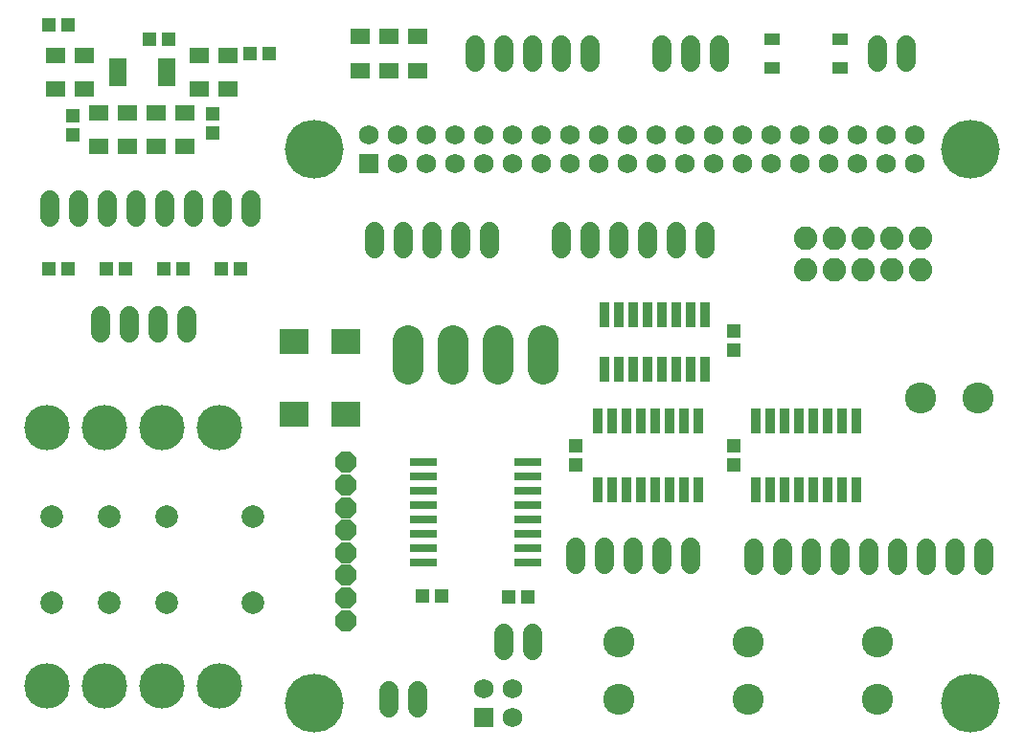
<source format=gbr>
G04 EAGLE Gerber RS-274X export*
G75*
%MOMM*%
%FSLAX34Y34*%
%LPD*%
%INSoldermask Top*%
%IPPOS*%
%AMOC8*
5,1,8,0,0,1.08239X$1,22.5*%
G01*
%ADD10R,1.727200X1.727200*%
%ADD11C,1.727200*%
%ADD12C,5.203200*%
%ADD13R,0.863600X2.235200*%
%ADD14R,2.403200X0.803200*%
%ADD15C,2.717800*%
%ADD16C,2.082800*%
%ADD17C,1.727200*%
%ADD18R,0.812800X2.260600*%
%ADD19R,1.203200X1.303200*%
%ADD20R,1.303200X1.203200*%
%ADD21R,2.603200X2.265200*%
%ADD22C,2.743200*%
%ADD23C,2.003200*%
%ADD24P,2.034460X8X112.500000*%
%ADD25R,1.625600X0.482600*%
%ADD26R,1.803200X1.403200*%
%ADD27R,1.403200X1.003200*%
%ADD28C,4.013200*%


D10*
X286900Y512300D03*
D11*
X286766Y537718D03*
X312166Y512318D03*
X312166Y537718D03*
X337566Y512318D03*
X337566Y537718D03*
X362966Y512318D03*
X362966Y537718D03*
X388366Y512318D03*
X388366Y537718D03*
X413766Y512318D03*
X413766Y537718D03*
X439166Y512318D03*
X439166Y537718D03*
X464566Y512318D03*
X464566Y537718D03*
X489966Y512318D03*
X489966Y537718D03*
X515366Y512318D03*
X515366Y537718D03*
X540766Y512318D03*
X540766Y537718D03*
X566166Y512318D03*
X566166Y537718D03*
X591566Y512318D03*
X591566Y537718D03*
X616966Y512318D03*
X616966Y537718D03*
X642366Y512318D03*
X642366Y537718D03*
X667766Y512318D03*
X667766Y537718D03*
X693166Y512318D03*
X693166Y537718D03*
X718566Y512318D03*
X718566Y537718D03*
X743966Y512318D03*
X743966Y537718D03*
X769366Y512318D03*
X769366Y537718D03*
X413766Y22282D03*
X413766Y47682D03*
D10*
X388366Y22282D03*
D11*
X388366Y47682D03*
D12*
X238200Y35000D03*
X818200Y35000D03*
X238200Y525000D03*
X818200Y525000D03*
D13*
X717550Y284734D03*
X717550Y223266D03*
X704850Y284734D03*
X692150Y284734D03*
X704850Y223266D03*
X692150Y223266D03*
X679450Y284734D03*
X679450Y223266D03*
X666750Y284734D03*
X666750Y223266D03*
X654050Y284734D03*
X641350Y284734D03*
X654050Y223266D03*
X641350Y223266D03*
X628650Y284734D03*
X628650Y223266D03*
X577850Y284734D03*
X577850Y223266D03*
X565150Y284734D03*
X552450Y284734D03*
X565150Y223266D03*
X552450Y223266D03*
X539750Y284734D03*
X539750Y223266D03*
X527050Y284734D03*
X527050Y223266D03*
X514350Y284734D03*
X501650Y284734D03*
X514350Y223266D03*
X501650Y223266D03*
X488950Y284734D03*
X488950Y223266D03*
D14*
X427000Y171450D03*
X335000Y196850D03*
X427000Y158750D03*
X427000Y184150D03*
X427000Y196850D03*
X335000Y184150D03*
X335000Y209550D03*
X335000Y222250D03*
X427000Y222250D03*
X335000Y247650D03*
X427000Y209550D03*
X427000Y234950D03*
X335000Y234950D03*
X427000Y247650D03*
X335000Y171450D03*
X335000Y158750D03*
D15*
X400812Y330327D02*
X400812Y355473D01*
X361188Y355473D02*
X361188Y330327D01*
X321564Y330327D02*
X321564Y355473D01*
X440436Y355473D02*
X440436Y330327D01*
D16*
X774700Y445770D03*
X774700Y417830D03*
X749300Y445770D03*
X749300Y417830D03*
X723900Y445770D03*
X723900Y417830D03*
X698500Y445770D03*
X698500Y417830D03*
X673100Y445770D03*
X673100Y417830D03*
D17*
X342900Y436880D02*
X342900Y452120D01*
X368300Y452120D02*
X368300Y436880D01*
X393700Y436880D02*
X393700Y452120D01*
X317500Y452120D02*
X317500Y436880D01*
X292100Y436880D02*
X292100Y452120D01*
X457200Y452120D02*
X457200Y436880D01*
X482600Y436880D02*
X482600Y452120D01*
X508000Y452120D02*
X508000Y436880D01*
X533400Y436880D02*
X533400Y452120D01*
X558800Y452120D02*
X558800Y436880D01*
X584200Y436880D02*
X584200Y452120D01*
D18*
X584200Y378206D03*
X571500Y378206D03*
X558800Y378206D03*
X546100Y378206D03*
X533400Y378206D03*
X520700Y378206D03*
X508000Y378206D03*
X495300Y378206D03*
X495300Y330200D03*
X508000Y330200D03*
X520700Y330200D03*
X533400Y330200D03*
X546100Y330200D03*
X558800Y330200D03*
X571500Y330200D03*
X584200Y330200D03*
D19*
X609600Y245500D03*
X609600Y262500D03*
X469900Y245500D03*
X469900Y262500D03*
X609600Y347100D03*
X609600Y364100D03*
D20*
X427600Y128270D03*
X410600Y128270D03*
X334400Y129540D03*
X351400Y129540D03*
D21*
X266700Y289960D03*
X266700Y354565D03*
D22*
X774700Y304800D03*
X825500Y304800D03*
D23*
X184150Y123190D03*
X184150Y199390D03*
X107950Y199390D03*
X57150Y199390D03*
X6350Y199390D03*
X107950Y123190D03*
X57150Y123190D03*
X6350Y123190D03*
D17*
X779780Y156210D02*
X779780Y171450D01*
X805180Y171450D02*
X805180Y156210D01*
X830580Y156210D02*
X830580Y171450D01*
X627380Y171450D02*
X627380Y156210D01*
X754380Y156210D02*
X754380Y171450D01*
X728980Y171450D02*
X728980Y156210D01*
X652780Y156210D02*
X652780Y171450D01*
X678180Y171450D02*
X678180Y156210D01*
X703580Y156210D02*
X703580Y171450D01*
X520700Y172720D02*
X520700Y157480D01*
X546100Y157480D02*
X546100Y172720D01*
X571500Y172720D02*
X571500Y157480D01*
X495300Y157480D02*
X495300Y172720D01*
X469900Y172720D02*
X469900Y157480D01*
D22*
X508000Y88900D03*
X508000Y38100D03*
X736600Y88900D03*
X736600Y38100D03*
X622300Y88900D03*
X622300Y38100D03*
D17*
X431800Y601980D02*
X431800Y617220D01*
X457200Y617220D02*
X457200Y601980D01*
X482600Y601980D02*
X482600Y617220D01*
X406400Y617220D02*
X406400Y601980D01*
X381000Y601980D02*
X381000Y617220D01*
X546100Y617220D02*
X546100Y601980D01*
X571500Y601980D02*
X571500Y617220D01*
X596900Y617220D02*
X596900Y601980D01*
D24*
X266700Y167800D03*
X266700Y187800D03*
X266700Y207800D03*
X266700Y227800D03*
X266700Y147800D03*
X266700Y247800D03*
X266700Y127800D03*
X266700Y107800D03*
D21*
X220980Y289960D03*
X220980Y354565D03*
D25*
X64516Y602996D03*
X64516Y598170D03*
X64516Y593090D03*
X64516Y588010D03*
X64516Y583184D03*
X108204Y583184D03*
X108204Y588010D03*
X108204Y593090D03*
X108204Y598170D03*
X108204Y602996D03*
D26*
X330200Y594600D03*
X330200Y624600D03*
X279400Y594600D03*
X279400Y624600D03*
X304800Y594600D03*
X304800Y624600D03*
D27*
X643100Y622300D03*
X643100Y596900D03*
X703100Y596900D03*
X703100Y622300D03*
D17*
X736600Y617220D02*
X736600Y601980D01*
X762000Y601980D02*
X762000Y617220D01*
X5080Y480060D02*
X5080Y464820D01*
X30480Y464820D02*
X30480Y480060D01*
X55880Y480060D02*
X55880Y464820D01*
X132080Y464820D02*
X132080Y480060D01*
X157480Y480060D02*
X157480Y464820D01*
X182880Y464820D02*
X182880Y480060D01*
X81280Y480060D02*
X81280Y464820D01*
X106680Y464820D02*
X106680Y480060D01*
D26*
X137160Y608090D03*
X137160Y578090D03*
X99060Y527290D03*
X99060Y557290D03*
X73660Y527290D03*
X73660Y557290D03*
X35560Y608090D03*
X35560Y578090D03*
X10160Y608090D03*
X10160Y578090D03*
X48260Y557290D03*
X48260Y527290D03*
X124460Y557290D03*
X124460Y527290D03*
X162560Y608090D03*
X162560Y578090D03*
D20*
X93100Y622300D03*
X110100Y622300D03*
X21200Y419100D03*
X4200Y419100D03*
X72000Y419100D03*
X55000Y419100D03*
X122800Y419100D03*
X105800Y419100D03*
X173600Y419100D03*
X156600Y419100D03*
X182000Y609600D03*
X199000Y609600D03*
D19*
X148590Y555870D03*
X148590Y538870D03*
X25400Y554600D03*
X25400Y537600D03*
D20*
X4200Y635000D03*
X21200Y635000D03*
D17*
X330200Y45720D02*
X330200Y30480D01*
X304800Y30480D02*
X304800Y45720D01*
X406400Y81280D02*
X406400Y96520D01*
X431800Y96520D02*
X431800Y81280D01*
D28*
X103929Y278380D03*
X154729Y278380D03*
X2329Y278380D03*
X53129Y278380D03*
X103929Y49780D03*
X154729Y49780D03*
X2329Y49780D03*
X53129Y49780D03*
D17*
X49530Y361950D02*
X49530Y377190D01*
X74930Y377190D02*
X74930Y361950D01*
X100330Y361950D02*
X100330Y377190D01*
X125730Y377190D02*
X125730Y361950D01*
M02*

</source>
